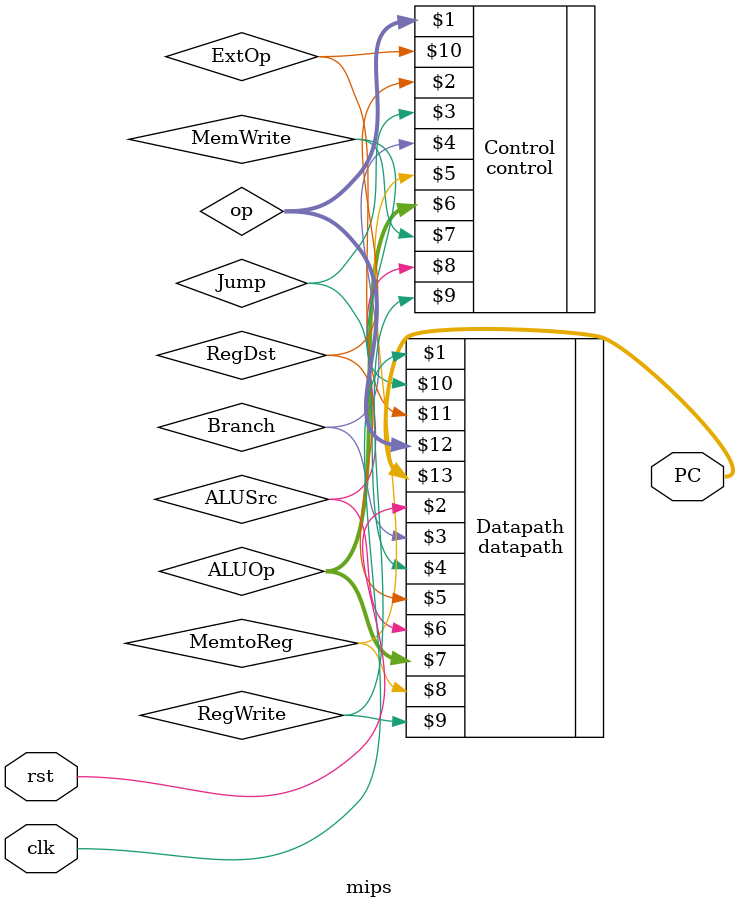
<source format=v>
`timescale 1ns / 1ps


module mips(clk,rst,PC);
    input clk;
    input rst;
    output [31:0] PC;

    wire Branch,Jump,RegDst,ALUSrc,MemtoReg,RegWrite,MemWrite,ExtOp;
    wire [2:0]ALUOp;
    wire [5:0] op;

    datapath Datapath(clk,rst,Branch,Jump,RegDst,ALUSrc,ALUOp,MemtoReg,RegWrite,MemWrite,ExtOp,op,PC);
    control Control(op,RegDst,Jump,Branch,MemtoReg,ALUOp,MemWrite,ALUSrc,RegWrite,ExtOp);
endmodule

</source>
